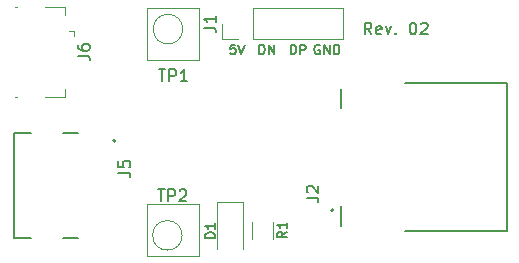
<source format=gbr>
%TF.GenerationSoftware,KiCad,Pcbnew,7.0.1*%
%TF.CreationDate,2024-02-20T00:17:48-05:00*%
%TF.ProjectId,usb test board,75736220-7465-4737-9420-626f6172642e,rev?*%
%TF.SameCoordinates,Original*%
%TF.FileFunction,Legend,Top*%
%TF.FilePolarity,Positive*%
%FSLAX46Y46*%
G04 Gerber Fmt 4.6, Leading zero omitted, Abs format (unit mm)*
G04 Created by KiCad (PCBNEW 7.0.1) date 2024-02-20 00:17:48*
%MOMM*%
%LPD*%
G01*
G04 APERTURE LIST*
%ADD10C,0.150000*%
%ADD11C,0.120000*%
%ADD12C,0.127000*%
%ADD13C,0.200000*%
G04 APERTURE END LIST*
D10*
X105092428Y-93336095D02*
X104711476Y-93336095D01*
X104711476Y-93336095D02*
X104673380Y-93717047D01*
X104673380Y-93717047D02*
X104711476Y-93678952D01*
X104711476Y-93678952D02*
X104787666Y-93640857D01*
X104787666Y-93640857D02*
X104978142Y-93640857D01*
X104978142Y-93640857D02*
X105054333Y-93678952D01*
X105054333Y-93678952D02*
X105092428Y-93717047D01*
X105092428Y-93717047D02*
X105130523Y-93793238D01*
X105130523Y-93793238D02*
X105130523Y-93983714D01*
X105130523Y-93983714D02*
X105092428Y-94059904D01*
X105092428Y-94059904D02*
X105054333Y-94098000D01*
X105054333Y-94098000D02*
X104978142Y-94136095D01*
X104978142Y-94136095D02*
X104787666Y-94136095D01*
X104787666Y-94136095D02*
X104711476Y-94098000D01*
X104711476Y-94098000D02*
X104673380Y-94059904D01*
X105359095Y-93336095D02*
X105625762Y-94136095D01*
X105625762Y-94136095D02*
X105892428Y-93336095D01*
X116633523Y-92460619D02*
X116300190Y-91984428D01*
X116062095Y-92460619D02*
X116062095Y-91460619D01*
X116062095Y-91460619D02*
X116443047Y-91460619D01*
X116443047Y-91460619D02*
X116538285Y-91508238D01*
X116538285Y-91508238D02*
X116585904Y-91555857D01*
X116585904Y-91555857D02*
X116633523Y-91651095D01*
X116633523Y-91651095D02*
X116633523Y-91793952D01*
X116633523Y-91793952D02*
X116585904Y-91889190D01*
X116585904Y-91889190D02*
X116538285Y-91936809D01*
X116538285Y-91936809D02*
X116443047Y-91984428D01*
X116443047Y-91984428D02*
X116062095Y-91984428D01*
X117443047Y-92413000D02*
X117347809Y-92460619D01*
X117347809Y-92460619D02*
X117157333Y-92460619D01*
X117157333Y-92460619D02*
X117062095Y-92413000D01*
X117062095Y-92413000D02*
X117014476Y-92317761D01*
X117014476Y-92317761D02*
X117014476Y-91936809D01*
X117014476Y-91936809D02*
X117062095Y-91841571D01*
X117062095Y-91841571D02*
X117157333Y-91793952D01*
X117157333Y-91793952D02*
X117347809Y-91793952D01*
X117347809Y-91793952D02*
X117443047Y-91841571D01*
X117443047Y-91841571D02*
X117490666Y-91936809D01*
X117490666Y-91936809D02*
X117490666Y-92032047D01*
X117490666Y-92032047D02*
X117014476Y-92127285D01*
X117824000Y-91793952D02*
X118062095Y-92460619D01*
X118062095Y-92460619D02*
X118300190Y-91793952D01*
X118681143Y-92365380D02*
X118728762Y-92413000D01*
X118728762Y-92413000D02*
X118681143Y-92460619D01*
X118681143Y-92460619D02*
X118633524Y-92413000D01*
X118633524Y-92413000D02*
X118681143Y-92365380D01*
X118681143Y-92365380D02*
X118681143Y-92460619D01*
X120109714Y-91460619D02*
X120204952Y-91460619D01*
X120204952Y-91460619D02*
X120300190Y-91508238D01*
X120300190Y-91508238D02*
X120347809Y-91555857D01*
X120347809Y-91555857D02*
X120395428Y-91651095D01*
X120395428Y-91651095D02*
X120443047Y-91841571D01*
X120443047Y-91841571D02*
X120443047Y-92079666D01*
X120443047Y-92079666D02*
X120395428Y-92270142D01*
X120395428Y-92270142D02*
X120347809Y-92365380D01*
X120347809Y-92365380D02*
X120300190Y-92413000D01*
X120300190Y-92413000D02*
X120204952Y-92460619D01*
X120204952Y-92460619D02*
X120109714Y-92460619D01*
X120109714Y-92460619D02*
X120014476Y-92413000D01*
X120014476Y-92413000D02*
X119966857Y-92365380D01*
X119966857Y-92365380D02*
X119919238Y-92270142D01*
X119919238Y-92270142D02*
X119871619Y-92079666D01*
X119871619Y-92079666D02*
X119871619Y-91841571D01*
X119871619Y-91841571D02*
X119919238Y-91651095D01*
X119919238Y-91651095D02*
X119966857Y-91555857D01*
X119966857Y-91555857D02*
X120014476Y-91508238D01*
X120014476Y-91508238D02*
X120109714Y-91460619D01*
X120824000Y-91555857D02*
X120871619Y-91508238D01*
X120871619Y-91508238D02*
X120966857Y-91460619D01*
X120966857Y-91460619D02*
X121204952Y-91460619D01*
X121204952Y-91460619D02*
X121300190Y-91508238D01*
X121300190Y-91508238D02*
X121347809Y-91555857D01*
X121347809Y-91555857D02*
X121395428Y-91651095D01*
X121395428Y-91651095D02*
X121395428Y-91746333D01*
X121395428Y-91746333D02*
X121347809Y-91889190D01*
X121347809Y-91889190D02*
X120776381Y-92460619D01*
X120776381Y-92460619D02*
X121395428Y-92460619D01*
X112242523Y-93374190D02*
X112166333Y-93336095D01*
X112166333Y-93336095D02*
X112052047Y-93336095D01*
X112052047Y-93336095D02*
X111937761Y-93374190D01*
X111937761Y-93374190D02*
X111861571Y-93450380D01*
X111861571Y-93450380D02*
X111823476Y-93526571D01*
X111823476Y-93526571D02*
X111785380Y-93678952D01*
X111785380Y-93678952D02*
X111785380Y-93793238D01*
X111785380Y-93793238D02*
X111823476Y-93945619D01*
X111823476Y-93945619D02*
X111861571Y-94021809D01*
X111861571Y-94021809D02*
X111937761Y-94098000D01*
X111937761Y-94098000D02*
X112052047Y-94136095D01*
X112052047Y-94136095D02*
X112128238Y-94136095D01*
X112128238Y-94136095D02*
X112242523Y-94098000D01*
X112242523Y-94098000D02*
X112280619Y-94059904D01*
X112280619Y-94059904D02*
X112280619Y-93793238D01*
X112280619Y-93793238D02*
X112128238Y-93793238D01*
X112623476Y-94136095D02*
X112623476Y-93336095D01*
X112623476Y-93336095D02*
X113080619Y-94136095D01*
X113080619Y-94136095D02*
X113080619Y-93336095D01*
X113461571Y-94136095D02*
X113461571Y-93336095D01*
X113461571Y-93336095D02*
X113652047Y-93336095D01*
X113652047Y-93336095D02*
X113766333Y-93374190D01*
X113766333Y-93374190D02*
X113842523Y-93450380D01*
X113842523Y-93450380D02*
X113880618Y-93526571D01*
X113880618Y-93526571D02*
X113918714Y-93678952D01*
X113918714Y-93678952D02*
X113918714Y-93793238D01*
X113918714Y-93793238D02*
X113880618Y-93945619D01*
X113880618Y-93945619D02*
X113842523Y-94021809D01*
X113842523Y-94021809D02*
X113766333Y-94098000D01*
X113766333Y-94098000D02*
X113652047Y-94136095D01*
X113652047Y-94136095D02*
X113461571Y-94136095D01*
X107124476Y-94136095D02*
X107124476Y-93336095D01*
X107124476Y-93336095D02*
X107314952Y-93336095D01*
X107314952Y-93336095D02*
X107429238Y-93374190D01*
X107429238Y-93374190D02*
X107505428Y-93450380D01*
X107505428Y-93450380D02*
X107543523Y-93526571D01*
X107543523Y-93526571D02*
X107581619Y-93678952D01*
X107581619Y-93678952D02*
X107581619Y-93793238D01*
X107581619Y-93793238D02*
X107543523Y-93945619D01*
X107543523Y-93945619D02*
X107505428Y-94021809D01*
X107505428Y-94021809D02*
X107429238Y-94098000D01*
X107429238Y-94098000D02*
X107314952Y-94136095D01*
X107314952Y-94136095D02*
X107124476Y-94136095D01*
X107924476Y-94136095D02*
X107924476Y-93336095D01*
X107924476Y-93336095D02*
X108381619Y-94136095D01*
X108381619Y-94136095D02*
X108381619Y-93336095D01*
X109791476Y-94136095D02*
X109791476Y-93336095D01*
X109791476Y-93336095D02*
X109981952Y-93336095D01*
X109981952Y-93336095D02*
X110096238Y-93374190D01*
X110096238Y-93374190D02*
X110172428Y-93450380D01*
X110172428Y-93450380D02*
X110210523Y-93526571D01*
X110210523Y-93526571D02*
X110248619Y-93678952D01*
X110248619Y-93678952D02*
X110248619Y-93793238D01*
X110248619Y-93793238D02*
X110210523Y-93945619D01*
X110210523Y-93945619D02*
X110172428Y-94021809D01*
X110172428Y-94021809D02*
X110096238Y-94098000D01*
X110096238Y-94098000D02*
X109981952Y-94136095D01*
X109981952Y-94136095D02*
X109791476Y-94136095D01*
X110591476Y-94136095D02*
X110591476Y-93336095D01*
X110591476Y-93336095D02*
X110896238Y-93336095D01*
X110896238Y-93336095D02*
X110972428Y-93374190D01*
X110972428Y-93374190D02*
X111010523Y-93412285D01*
X111010523Y-93412285D02*
X111048619Y-93488476D01*
X111048619Y-93488476D02*
X111048619Y-93602761D01*
X111048619Y-93602761D02*
X111010523Y-93678952D01*
X111010523Y-93678952D02*
X110972428Y-93717047D01*
X110972428Y-93717047D02*
X110896238Y-93755142D01*
X110896238Y-93755142D02*
X110591476Y-93755142D01*
%TO.C,TP1*%
X98613095Y-95437619D02*
X99184523Y-95437619D01*
X98898809Y-96437619D02*
X98898809Y-95437619D01*
X99517857Y-96437619D02*
X99517857Y-95437619D01*
X99517857Y-95437619D02*
X99898809Y-95437619D01*
X99898809Y-95437619D02*
X99994047Y-95485238D01*
X99994047Y-95485238D02*
X100041666Y-95532857D01*
X100041666Y-95532857D02*
X100089285Y-95628095D01*
X100089285Y-95628095D02*
X100089285Y-95770952D01*
X100089285Y-95770952D02*
X100041666Y-95866190D01*
X100041666Y-95866190D02*
X99994047Y-95913809D01*
X99994047Y-95913809D02*
X99898809Y-95961428D01*
X99898809Y-95961428D02*
X99517857Y-95961428D01*
X101041666Y-96437619D02*
X100470238Y-96437619D01*
X100755952Y-96437619D02*
X100755952Y-95437619D01*
X100755952Y-95437619D02*
X100660714Y-95580476D01*
X100660714Y-95580476D02*
X100565476Y-95675714D01*
X100565476Y-95675714D02*
X100470238Y-95723333D01*
%TO.C,R1*%
X109463095Y-109179332D02*
X109082142Y-109445999D01*
X109463095Y-109636475D02*
X108663095Y-109636475D01*
X108663095Y-109636475D02*
X108663095Y-109331713D01*
X108663095Y-109331713D02*
X108701190Y-109255523D01*
X108701190Y-109255523D02*
X108739285Y-109217428D01*
X108739285Y-109217428D02*
X108815476Y-109179332D01*
X108815476Y-109179332D02*
X108929761Y-109179332D01*
X108929761Y-109179332D02*
X109005952Y-109217428D01*
X109005952Y-109217428D02*
X109044047Y-109255523D01*
X109044047Y-109255523D02*
X109082142Y-109331713D01*
X109082142Y-109331713D02*
X109082142Y-109636475D01*
X109463095Y-108417428D02*
X109463095Y-108874571D01*
X109463095Y-108645999D02*
X108663095Y-108645999D01*
X108663095Y-108645999D02*
X108777380Y-108722190D01*
X108777380Y-108722190D02*
X108853571Y-108798380D01*
X108853571Y-108798380D02*
X108891666Y-108874571D01*
%TO.C,TP2*%
X98539095Y-105595619D02*
X99110523Y-105595619D01*
X98824809Y-106595619D02*
X98824809Y-105595619D01*
X99443857Y-106595619D02*
X99443857Y-105595619D01*
X99443857Y-105595619D02*
X99824809Y-105595619D01*
X99824809Y-105595619D02*
X99920047Y-105643238D01*
X99920047Y-105643238D02*
X99967666Y-105690857D01*
X99967666Y-105690857D02*
X100015285Y-105786095D01*
X100015285Y-105786095D02*
X100015285Y-105928952D01*
X100015285Y-105928952D02*
X99967666Y-106024190D01*
X99967666Y-106024190D02*
X99920047Y-106071809D01*
X99920047Y-106071809D02*
X99824809Y-106119428D01*
X99824809Y-106119428D02*
X99443857Y-106119428D01*
X100396238Y-105690857D02*
X100443857Y-105643238D01*
X100443857Y-105643238D02*
X100539095Y-105595619D01*
X100539095Y-105595619D02*
X100777190Y-105595619D01*
X100777190Y-105595619D02*
X100872428Y-105643238D01*
X100872428Y-105643238D02*
X100920047Y-105690857D01*
X100920047Y-105690857D02*
X100967666Y-105786095D01*
X100967666Y-105786095D02*
X100967666Y-105881333D01*
X100967666Y-105881333D02*
X100920047Y-106024190D01*
X100920047Y-106024190D02*
X100348619Y-106595619D01*
X100348619Y-106595619D02*
X100967666Y-106595619D01*
%TO.C,J2*%
X111136958Y-106281158D02*
X111852627Y-106281158D01*
X111852627Y-106281158D02*
X111995761Y-106328870D01*
X111995761Y-106328870D02*
X112091184Y-106424292D01*
X112091184Y-106424292D02*
X112138895Y-106567426D01*
X112138895Y-106567426D02*
X112138895Y-106662849D01*
X111232380Y-105851756D02*
X111184669Y-105804045D01*
X111184669Y-105804045D02*
X111136958Y-105708623D01*
X111136958Y-105708623D02*
X111136958Y-105470066D01*
X111136958Y-105470066D02*
X111184669Y-105374644D01*
X111184669Y-105374644D02*
X111232380Y-105326932D01*
X111232380Y-105326932D02*
X111327803Y-105279221D01*
X111327803Y-105279221D02*
X111423226Y-105279221D01*
X111423226Y-105279221D02*
X111566359Y-105326932D01*
X111566359Y-105326932D02*
X112138895Y-105899468D01*
X112138895Y-105899468D02*
X112138895Y-105279221D01*
%TO.C,J1*%
X102431619Y-91884333D02*
X103145904Y-91884333D01*
X103145904Y-91884333D02*
X103288761Y-91931952D01*
X103288761Y-91931952D02*
X103384000Y-92027190D01*
X103384000Y-92027190D02*
X103431619Y-92170047D01*
X103431619Y-92170047D02*
X103431619Y-92265285D01*
X103431619Y-90884333D02*
X103431619Y-91455761D01*
X103431619Y-91170047D02*
X102431619Y-91170047D01*
X102431619Y-91170047D02*
X102574476Y-91265285D01*
X102574476Y-91265285D02*
X102669714Y-91360523D01*
X102669714Y-91360523D02*
X102717333Y-91455761D01*
%TO.C,D1*%
X103367095Y-109669475D02*
X102567095Y-109669475D01*
X102567095Y-109669475D02*
X102567095Y-109478999D01*
X102567095Y-109478999D02*
X102605190Y-109364713D01*
X102605190Y-109364713D02*
X102681380Y-109288523D01*
X102681380Y-109288523D02*
X102757571Y-109250428D01*
X102757571Y-109250428D02*
X102909952Y-109212332D01*
X102909952Y-109212332D02*
X103024238Y-109212332D01*
X103024238Y-109212332D02*
X103176619Y-109250428D01*
X103176619Y-109250428D02*
X103252809Y-109288523D01*
X103252809Y-109288523D02*
X103329000Y-109364713D01*
X103329000Y-109364713D02*
X103367095Y-109478999D01*
X103367095Y-109478999D02*
X103367095Y-109669475D01*
X103367095Y-108450428D02*
X103367095Y-108907571D01*
X103367095Y-108678999D02*
X102567095Y-108678999D01*
X102567095Y-108678999D02*
X102681380Y-108755190D01*
X102681380Y-108755190D02*
X102757571Y-108831380D01*
X102757571Y-108831380D02*
X102795666Y-108907571D01*
%TO.C,J6*%
X91764619Y-94274333D02*
X92478904Y-94274333D01*
X92478904Y-94274333D02*
X92621761Y-94321952D01*
X92621761Y-94321952D02*
X92717000Y-94417190D01*
X92717000Y-94417190D02*
X92764619Y-94560047D01*
X92764619Y-94560047D02*
X92764619Y-94655285D01*
X91764619Y-93369571D02*
X91764619Y-93560047D01*
X91764619Y-93560047D02*
X91812238Y-93655285D01*
X91812238Y-93655285D02*
X91859857Y-93702904D01*
X91859857Y-93702904D02*
X92002714Y-93798142D01*
X92002714Y-93798142D02*
X92193190Y-93845761D01*
X92193190Y-93845761D02*
X92574142Y-93845761D01*
X92574142Y-93845761D02*
X92669380Y-93798142D01*
X92669380Y-93798142D02*
X92717000Y-93750523D01*
X92717000Y-93750523D02*
X92764619Y-93655285D01*
X92764619Y-93655285D02*
X92764619Y-93464809D01*
X92764619Y-93464809D02*
X92717000Y-93369571D01*
X92717000Y-93369571D02*
X92669380Y-93321952D01*
X92669380Y-93321952D02*
X92574142Y-93274333D01*
X92574142Y-93274333D02*
X92336047Y-93274333D01*
X92336047Y-93274333D02*
X92240809Y-93321952D01*
X92240809Y-93321952D02*
X92193190Y-93369571D01*
X92193190Y-93369571D02*
X92145571Y-93464809D01*
X92145571Y-93464809D02*
X92145571Y-93655285D01*
X92145571Y-93655285D02*
X92193190Y-93750523D01*
X92193190Y-93750523D02*
X92240809Y-93798142D01*
X92240809Y-93798142D02*
X92336047Y-93845761D01*
%TO.C,J5*%
X95206119Y-104160333D02*
X95920404Y-104160333D01*
X95920404Y-104160333D02*
X96063261Y-104207952D01*
X96063261Y-104207952D02*
X96158500Y-104303190D01*
X96158500Y-104303190D02*
X96206119Y-104446047D01*
X96206119Y-104446047D02*
X96206119Y-104541285D01*
X95206119Y-103207952D02*
X95206119Y-103684142D01*
X95206119Y-103684142D02*
X95682309Y-103731761D01*
X95682309Y-103731761D02*
X95634690Y-103684142D01*
X95634690Y-103684142D02*
X95587071Y-103588904D01*
X95587071Y-103588904D02*
X95587071Y-103350809D01*
X95587071Y-103350809D02*
X95634690Y-103255571D01*
X95634690Y-103255571D02*
X95682309Y-103207952D01*
X95682309Y-103207952D02*
X95777547Y-103160333D01*
X95777547Y-103160333D02*
X96015642Y-103160333D01*
X96015642Y-103160333D02*
X96110880Y-103207952D01*
X96110880Y-103207952D02*
X96158500Y-103255571D01*
X96158500Y-103255571D02*
X96206119Y-103350809D01*
X96206119Y-103350809D02*
X96206119Y-103588904D01*
X96206119Y-103588904D02*
X96158500Y-103684142D01*
X96158500Y-103684142D02*
X96110880Y-103731761D01*
D11*
%TO.C,TP1*%
X97633000Y-90264000D02*
X102033000Y-90264000D01*
X97633000Y-94664000D02*
X97633000Y-90264000D01*
X102033000Y-90264000D02*
X102033000Y-94664000D01*
X102033000Y-94664000D02*
X97633000Y-94664000D01*
%TO.C,R1*%
X106508000Y-109773064D02*
X106508000Y-108318936D01*
X108328000Y-109773064D02*
X108328000Y-108318936D01*
%TO.C,J3*%
X100651000Y-92020000D02*
G75*
G03*
X100651000Y-92020000I-1251000J0D01*
G01*
%TO.C,TP2*%
X97601000Y-106831000D02*
X102001000Y-106831000D01*
X97601000Y-111231000D02*
X97601000Y-106831000D01*
X102001000Y-106831000D02*
X102001000Y-111231000D01*
X102001000Y-111231000D02*
X97601000Y-111231000D01*
%TO.C,J4*%
X100601000Y-109480000D02*
G75*
G03*
X100601000Y-109480000I-1251000J0D01*
G01*
D12*
%TO.C,J2*%
X119465000Y-109123000D02*
X128065000Y-109123000D01*
X128065000Y-109123000D02*
X128065000Y-96623000D01*
X114065000Y-108673000D02*
X114065000Y-107023000D01*
X114065000Y-98723000D02*
X114065000Y-97073000D01*
X128065000Y-96623000D02*
X119465000Y-96623000D01*
D13*
X113415000Y-107373000D02*
G75*
G03*
X113415000Y-107373000I-100000J0D01*
G01*
D11*
%TO.C,J1*%
X103969000Y-92881000D02*
X103969000Y-91551000D01*
X105299000Y-92881000D02*
X103969000Y-92881000D01*
X106569000Y-92881000D02*
X114249000Y-92881000D01*
X106569000Y-92881000D02*
X106569000Y-90221000D01*
X114249000Y-92881000D02*
X114249000Y-90221000D01*
X106569000Y-90221000D02*
X114249000Y-90221000D01*
%TO.C,D1*%
X105784000Y-106619000D02*
X103514000Y-106619000D01*
X103514000Y-106619000D02*
X103514000Y-110679000D01*
X105784000Y-110679000D02*
X105784000Y-106619000D01*
%TO.C,J6*%
X90712000Y-90131000D02*
X90712000Y-90791000D01*
X88982000Y-90131000D02*
X90712000Y-90131000D01*
X86412000Y-90131000D02*
X86622000Y-90131000D01*
X91412000Y-92181000D02*
X91022000Y-92181000D01*
X91412000Y-92181000D02*
X91412000Y-92631000D01*
X90712000Y-97751000D02*
X90712000Y-97101000D01*
X88982000Y-97751000D02*
X90712000Y-97751000D01*
X86412000Y-97751000D02*
X86622000Y-97751000D01*
D13*
%TO.C,J5*%
X91748500Y-100782000D02*
X90538500Y-100782000D01*
X87818500Y-100782000D02*
X86328500Y-100782000D01*
X86328500Y-100782000D02*
X86328500Y-109722000D01*
X91748500Y-109722000D02*
X90538500Y-109722000D01*
X86328500Y-109722000D02*
X87818500Y-109722000D01*
X94938500Y-101472000D02*
G75*
G03*
X94938500Y-101472000I-100000J0D01*
G01*
%TD*%
M02*

</source>
